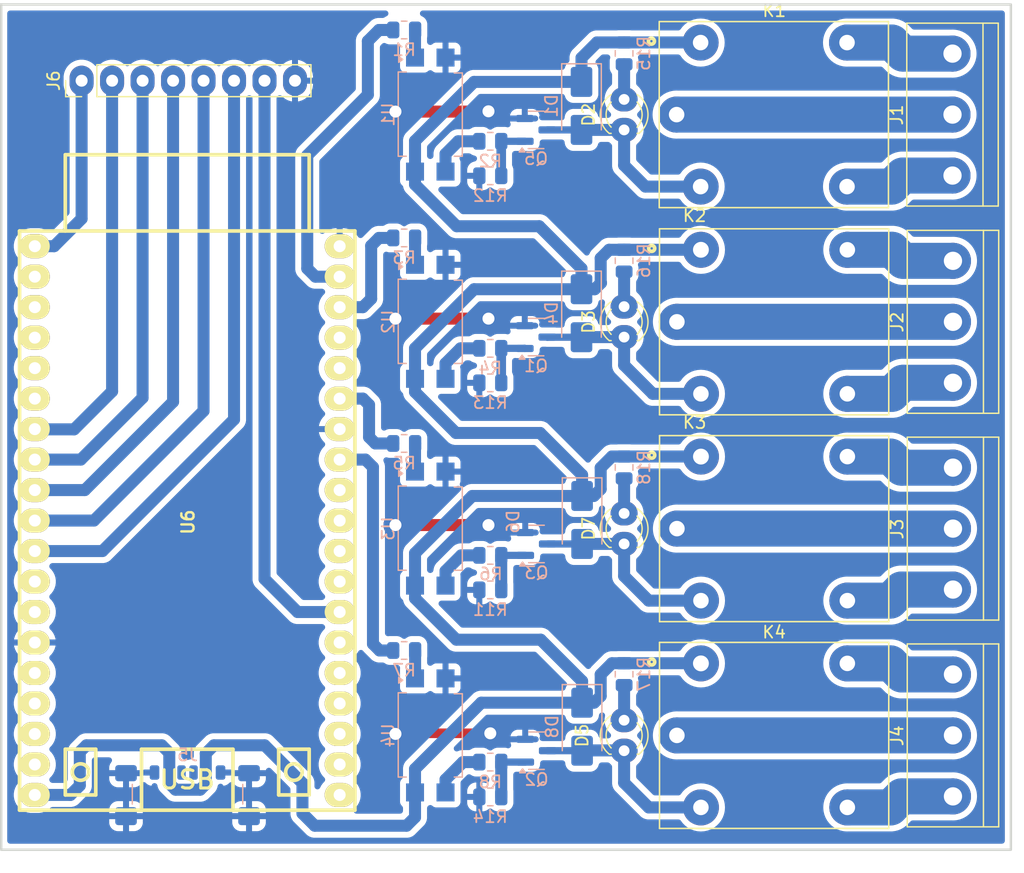
<source format=kicad_pcb>
(kicad_pcb (version 20240108) (generator "pcbnew") (generator_version "8.0")
  (layers (0 "F.Cu" signal) (31 "B.Cu" signal) (34 "B.Paste" user) (35 "F.Paste" user) (36 "B.SilkS" user "B.Silkscreen") (37 "F.SilkS" user "F.Silkscreen") (38 "B.Mask" user) (39 "F.Mask" user) (44 "Edge.Cuts" user))
  (net 0 "")
  (net 1 "GND")
  (net 2 "+5V")
  (net 3 "Net-(D1-A)")
  (net 4 "Net-(D6-A)")
  (net 5 "COM1")
  (net 6 "Net-(Q1-B)")
  (net 7 "Net-(Q2-B)")
  (net 8 "Net-(Q3-B)")
  (net 9 "Net-(Q5-B)")
  (net 10 "IO23")
  (net 11 "Net-(R1-Pad2)")
  (net 12 "Net-(R2-Pad1)")
  (net 13 "Net-(R3-Pad2)")
  (net 14 "Net-(R4-Pad1)")
  (net 15 "Net-(R5-Pad2)")
  (net 16 "Net-(R6-Pad1)")
  (net 17 "Net-(R7-Pad2)")
  (net 18 "Net-(R8-Pad1)")
  (net 19 "IO22")
  (net 26 "IO21")
  (net 35 "IO19")
  (net 37 "IO27")
  (net 42 "+3.3V")
  (net 44 "IO4")
  (net 45 "IO33")
  (net 46 "IO25")
  (net 50 "Net-(D3-K)")
  (net 51 "Net-(D5-K)")
  (net 52 "Net-(D2-A)")
  (net 53 "Net-(D3-A)")
  (net 54 "Net-(D5-A)")
  (net 55 "Net-(D7-A)")
  (net 56 "NO1")
  (net 57 "NC1")
  (net 58 "COM2")
  (net 59 "NO2")
  (net 60 "NC2")
  (net 61 "NO3")
  (net 62 "COM3")
  (net 63 "NC3")
  (net 64 "COM4")
  (net 65 "NC4")
  (net 66 "NO4")
  (net 69 "IO26")
  (net 70 "IO32")
  (footprint "TerminalBlock:TerminalBlock_bornier-3_P5.08mm" (layer "F.Cu") (at 127.54 118.8 90)
    (property "Reference" "J3" (at 5.05 -4.65 -90) (layer "F.SilkS"))
    (property "Value" "bornera")
    (pad "1" thru_hole circle (at 0 0 90) (size 3 3) (drill 1.52) (layers "*.Cu" "*.Mask") (net 61 "NO3"))
    (pad "2" thru_hole circle (at 5.08 0 90) (size 3 3) (drill 1.52) (layers "*.Cu" "*.Mask" "Eco2.User") (net 62 "COM3"))
    (pad "3" thru_hole circle (at 10.16 0 90) (size 3 3) (drill 1.52) (layers "*.Cu" "*.Mask") (net 63 "NC3"))
  )
  (footprint "LED_THT:LED_D3.0mm" (layer "F.Cu") (at 100.1375 80.5 90)
    (property "Reference" "D2" (at 1.27 -2.96 -90) (layer "F.SilkS"))
    (property "Value" "LED")
    (pad "1" thru_hole oval (at 0 0 90) (size 2 2.25) (drill 0.9) (layers "*.Cu" "*.Mask") (net 3 "Net-(D1-A)"))
    (pad "2" thru_hole oval (at 2.54 0 90) (size 2 2.25) (drill 0.9) (layers "*.Cu" "*.Mask") (net 52 "Net-(D2-A)"))
  )
  (footprint "TerminalBlock:TerminalBlock_bornier-3_P5.08mm" (layer "F.Cu") (at 127.5375 136.03 90)
    (property "Reference" "J4" (at 5.05 -4.65 -90) (layer "F.SilkS"))
    (property "Value" "bornera")
    (pad "1" thru_hole circle (at 0 0 90) (size 3 3) (drill 1.52) (layers "*.Cu" "*.Mask") (net 66 "NO4"))
    (pad "2" thru_hole circle (at 5.08 0 90) (size 3 3) (drill 1.52) (layers "*.Cu" "*.Mask") (net 64 "COM4"))
    (pad "3" thru_hole circle (at 10.16 0 90) (size 3 3) (drill 1.52) (layers "*.Cu" "*.Mask") (net 65 "NC4"))
  )
  (footprint "SRD-05VDC-SL-C:RELAY_SRD-05VDC-SL-C" (layer "F.Cu") (at 112.64 113.72)
    (property "Reference" "K3" (at -6.62563 -8.83584 0) (layer "F.SilkS") (effects (font (size 1.000094 1.000094))))
    (property "Value" "RELAY")
    (pad "A1" thru_hole circle (at -6.1 -6) (size 3 3) (drill 1.32) (layers "*.Cu" "*.Mask") (net 2 "+5V"))
    (pad "A2" thru_hole circle (at -6.1 6) (size 3 3) (drill 1.29) (layers "*.Cu" "*.Mask") (net 4 "Net-(D6-A)"))
    (pad "COM" thru_hole circle (at -8.1 0) (size 3 3) (drill 1.29) (layers "*.Cu" "*.Mask") (net 62 "COM3"))
    (pad "NC" thru_hole circle (at 6.1 -6) (size 3 3) (drill 1.29) (layers "*.Cu" "*.Mask") (net 63 "NC3"))
    (pad "NO" thru_hole circle (at 6.1 6) (size 3 3) (drill 1.29) (layers "*.Cu" "*.Mask") (net 61 "NO3"))
  )
  (footprint "LED_THT:LED_D3.0mm" (layer "F.Cu") (at 100.1375 114.995 90)
    (property "Reference" "D7" (at 1.27 -2.96 -90) (layer "F.SilkS"))
    (property "Value" "LED")
    (pad "1" thru_hole oval (at 0 0 90) (size 2 2.25) (drill 0.9) (layers "*.Cu" "*.Mask") (net 4 "Net-(D6-A)"))
    (pad "2" thru_hole oval (at 2.54 0 90) (size 2 2.25) (drill 0.9) (layers "*.Cu" "*.Mask") (net 55 "Net-(D7-A)"))
  )
  (footprint "SRD-05VDC-SL-C:RELAY_SRD-05VDC-SL-C" (layer "F.Cu") (at 112.6375 96.49)
    (property "Reference" "K2" (at -6.62563 -8.83584 0) (layer "F.SilkS") (effects (font (size 1.000094 1.000094))))
    (property "Value" "RELAY")
    (pad "A1" thru_hole circle (at -6.1 -6) (size 3 3) (drill 1.32) (layers "*.Cu" "*.Mask" "Eco1.User") (net 2 "+5V"))
    (pad "A2" thru_hole circle (at -6.1 6) (size 3 3) (drill 1.29) (layers "*.Cu" "*.Mask") (net 50 "Net-(D3-K)"))
    (pad "COM" thru_hole circle (at -8.1 0) (size 3 3) (drill 1.29) (layers "*.Cu" "*.Mask") (net 58 "COM2"))
    (pad "NC" thru_hole circle (at 6.1 -6) (size 3 3) (drill 1.29) (layers "*.Cu" "*.Mask") (net 60 "NC2"))
    (pad "NO" thru_hole circle (at 6.1 6) (size 3 3) (drill 1.29) (layers "*.Cu" "*.Mask") (net 59 "NO2"))
  )
  (footprint "SRD-05VDC-SL-C:RELAY_SRD-05VDC-SL-C" (layer "F.Cu") (at 112.6125 79.225)
    (property "Reference" "K1" (at 0.0375 -8.65 0) (layer "F.SilkS") (effects (font (size 1.000094 1.000094))))
    (property "Value" "RELAY")
    (pad "A1" thru_hole circle (at -6.1 -6) (size 3 3) (drill 1.29) (layers "*.Cu" "*.Mask") (net 2 "+5V"))
    (pad "A2" thru_hole circle (at -6.1 6) (size 3 3) (drill 1.29) (layers "*.Cu" "*.Mask") (net 3 "Net-(D1-A)"))
    (pad "COM" thru_hole circle (at -8.1 0) (size 3 3) (drill 1.29) (layers "*.Cu" "*.Mask") (net 5 "COM1"))
    (pad "NC" thru_hole circle (at 6.1 -6) (size 3 3) (drill 1.29) (layers "*.Cu" "*.Mask") (net 57 "NC1"))
    (pad "NO" thru_hole circle (at 6.1 6) (size 3 3) (drill 1.29) (layers "*.Cu" "*.Mask") (net 56 "NO1"))
  )
  (footprint "TerminalBlock:TerminalBlock_bornier-3_P5.08mm" (layer "F.Cu") (at 127.5 84.305 90)
    (property "Reference" "J1" (at 5.05 -4.65 -90) (layer "F.SilkS"))
    (property "Value" "bornera")
    (pad "1" thru_hole circle (at 0 0 90) (size 3 3) (drill 1.52) (layers "*.Cu" "*.Mask") (net 56 "NO1"))
    (pad "2" thru_hole circle (at 5.08 0 90) (size 3 3) (drill 1.52) (layers "*.Cu" "*.Mask") (net 5 "COM1"))
    (pad "3" thru_hole circle (at 10.16 0 90) (size 3 3) (drill 1.52) (layers "*.Cu" "*.Mask") (net 57 "NC1"))
  )
  (footprint "TerminalBlock:TerminalBlock_bornier-3_P5.08mm" (layer "F.Cu") (at 127.5375 101.57 90)
    (property "Reference" "J2" (at 5.05 -4.65 -90) (layer "F.SilkS"))
    (property "Value" "bornera")
    (pad "1" thru_hole circle (at 0 0 90) (size 3 3) (drill 1.52) (layers "*.Cu" "*.Mask") (net 59 "NO2"))
    (pad "2" thru_hole circle (at 5.08 0 90) (size 3 3) (drill 1.52) (layers "*.Cu" "*.Mask") (net 58 "COM2"))
    (pad "3" thru_hole circle (at 10.16 0 90) (size 3 3) (drill 1.52) (layers "*.Cu" "*.Mask") (net 60 "NC2"))
  )
  (footprint "EESTN5:ESP32_DEVKITC" (layer "F.Cu") (at 63.7375 113.05 -90)
    (property "Reference" "U6" (at 0.127 -0.0635 90) (layer "F.SilkS") (effects (font (size 1.016 1.016) (thickness 0.2032))))
    (property "Value" "ESP32" (hide yes))
    (fp_text user "USB" (at 21.59 0 180) (layer "F.SilkS") (effects (font (size 1.524 1.524) (thickness 0.254))))
    (pad "1" thru_hole oval (at -22.86 12.7 270) (size 2 2.5) (drill 1) (layers "*.Cu" "*.Mask" "F.SilkS") (net 42 "+3.3V"))
    (pad "2" thru_hole oval (at -20.32 12.7 270) (size 2 2.5) (drill 1) (layers "*.Cu" "*.Mask" "F.SilkS"))
    (pad "3" thru_hole oval (at -17.78 12.7 270) (size 2 2.5) (drill 1) (layers "*.Cu" "*.Mask" "F.SilkS"))
    (pad "4" thru_hole oval (at -15.24 12.7 270) (size 2 2.5) (drill 1) (layers "*.Cu" "*.Mask" "F.SilkS"))
    (pad "5" thru_hole oval (at -12.7 12.7 270) (size 2 2.5) (drill 1) (layers "*.Cu" "*.Mask" "F.SilkS"))
    (pad "6" thru_hole oval (at -10.16 12.7 270) (size 2 2.5) (drill 1) (layers "*.Cu" "*.Mask" "F.SilkS"))
    (pad "7" thru_hole oval (at -7.62 12.7 270) (size 2 2.5) (drill 1) (layers "*.Cu" "*.Mask" "F.SilkS") (net 70 "IO32"))
    (pad "8" thru_hole oval (at -5.08 12.7 270) (size 2 2.5) (drill 1) (layers "*.Cu" "*.Mask" "F.SilkS") (net 45 "IO33"))
    (pad "9" thru_hole oval (at -2.54 12.7 270) (size 2 2.5) (drill 1) (layers "*.Cu" "*.Mask" "F.SilkS") (net 46 "IO25"))
    (pad "10" thru_hole oval (at 0 12.7 270) (size 2 2.5) (drill 1) (layers "*.Cu" "*.Mask" "F.SilkS") (net 69 "IO26"))
    (pad "11" thru_hole oval (at 2.54 12.7 270) (size 2 2.5) (drill 1) (layers "*.Cu" "*.Mask" "F.SilkS") (net 37 "IO27"))
    (pad "12" thru_hole oval (at 5.08 12.7 270) (size 2 2.5) (drill 1) (layers "*.Cu" "*.Mask" "F.SilkS"))
    (pad "13" thru_hole oval (at 7.62 12.7 270) (size 2 2.5) (drill 1) (layers "*.Cu" "*.Mask" "F.SilkS"))
    (pad "14" thru_hole oval (at 10.16 12.7 270) (size 2 2.5) (drill 1) (layers "*.Cu" "*.Mask" "F.SilkS") (net 1 "GND"))
    (pad "15" thru_hole oval (at 12.7 12.7 270) (size 2 2.5) (drill 1) (layers "*.Cu" "*.Mask" "F.SilkS"))
    (pad "16" thru_hole oval (at 15.24 12.7 270) (size 2 2.5) (drill 1) (layers "*.Cu" "*.Mask" "F.SilkS"))
    (pad "17" thru_hole oval (at 17.78 12.7 270) (size 2 2.5) (drill 1) (layers "*.Cu" "*.Mask" "F.SilkS"))
    (pad "18" thru_hole oval (at 20.32 12.7 270) (size 2 2.5) (drill 1) (layers "*.Cu" "*.Mask" "F.SilkS"))
    (pad "19" thru_hole oval (at 22.86 12.7 270) (size 2 2.5) (drill 1) (layers "*.Cu" "*.Mask" "F.SilkS") (net 2 "+5V"))
    (pad "20" thru_hole oval (at 22.86 -12.7 90) (size 2 2.5) (drill 1) (layers "*.Cu" "*.Mask" "F.SilkS"))
    (pad "21" thru_hole oval (at 20.32 -12.7 90) (size 2 2.5) (drill 1) (layers "*.Cu" "*.Mask" "F.SilkS"))
    (pad "22" thru_hole oval (at 17.78 -12.7 90) (size 2 2.5) (drill 1) (layers "*.Cu" "*.Mask" "F.SilkS"))
    (pad "23" thru_hole oval (at 15.24 -12.7 90) (size 2 2.5) (drill 1) (layers "*.Cu" "*.Mask" "F.SilkS"))
    (pad "24" thru_hole oval (at 12.7 -12.7 90) (size 2 2.5) (drill 1) (layers "*.Cu" "*.Mask" "F.SilkS"))
    (pad "25" thru_hole oval (at 10.16 -12.7 90) (size 2 2.5) (drill 1) (layers "*.Cu" "*.Mask" "F.SilkS"))
    (pad "26" thru_hole oval (at 7.62 -12.7 90) (size 2 2.5) (drill 1) (layers "*.Cu" "*.Mask" "F.SilkS") (net 44 "IO4"))
    (pad "27" thru_hole oval (at 5.08 -12.7 90) (size 2 2.5) (drill 1) (layers "*.Cu" "*.Mask" "F.SilkS"))
    (pad "28" thru_hole oval (at 2.54 -12.7 90) (size 2 2.5) (drill 1) (layers "*.Cu" "*.Mask" "F.SilkS" "Eco2.User"))
    (pad "29" thru_hole oval (at 0 -12.7 90) (size 2 2.5) (drill 1) (layers "*.Cu" "*.Mask" "F.SilkS"))
    (pad "30" thru_hole oval (at -2.54 -12.7 90) (size 2 2.5) (drill 1) (layers "*.Cu" "*.Mask" "F.SilkS"))
    (pad "31" thru_hole oval (at -5.08 -12.7 90) (size 2 2.5) (drill 1) (layers "*.Cu" "*.Mask" "F.SilkS") (net 35 "IO19"))
    (pad "32" thru_hole oval (at -7.62 -12.7 90) (size 2 2.5) (drill 1) (layers "*.Cu" "*.Mask" "F.SilkS") (net 1 "GND"))
    (pad "33" thru_hole oval (at -10.16 -12.7 90) (size 2 2.5) (drill 1) (layers "*.Cu" "*.Mask" "F.SilkS") (net 26 "IO21"))
    (pad "34" thru_hole oval (at -12.7 -12.7 90) (size 2 2.5) (drill 1) (layers "*.Cu" "*.Mask" "F.SilkS"))
    (pad "35" thru_hole oval (at -15.24 -12.7 90) (size 2 2.5) (drill 1) (layers "*.Cu" "*.Mask" "F.SilkS"))
    (pad "36" thru_hole oval (at -17.78 -12.7 90) (size 2 2.5) (drill 1) (layers "*.Cu" "*.Mask" "F.SilkS") (net 19 "IO22"))
    (pad "37" thru_hole oval (at -20.32 -12.7 90) (size 2 2.5) (drill 1) (layers "*.Cu" "*.Mask" "F.SilkS") (net 10 "IO23"))
    (pad "38" thru_hole oval (at -22.86 -12.7 90) (size 2 2.5) (drill 1) (layers "*.Cu" "*.Mask" "F.SilkS") (net 1 "GND"))
  )
  (footprint "Connector_PinHeader_2.54mm:PinHeader_1x08_P2.54mm_Vertical" (layer "F.Cu") (at 54.9375 76.4 90)
    (property "Reference" "J6" (at 0 -2.33 -90) (layer "F.SilkS"))
    (property "Value" "Conn_01x08_Pin")
    (pad "1" thru_hole oval (at 0 0 90) (size 2.5 2) (drill 1) (layers "*.Cu" "*.Mask") (net 42 "+3.3V"))
    (pad "2" thru_hole oval (at 0 2.54 90) (size 2.5 2) (drill 1) (layers "*.Cu" "*.Mask") (net 70 "IO32"))
    (pad "3" thru_hole oval (at 0 5.08 90) (size 2.5 2) (drill 1) (layers "*.Cu" "*.Mask") (net 45 "IO33"))
    (pad "4" thru_hole oval (at 0 7.62 90) (size 2.5 2) (drill 1) (layers "*.Cu" "*.Mask") (net 46 "IO25"))
    (pad "5" thru_hole oval (at 0 10.16 90) (size 2.5 2) (drill 1) (layers "*.Cu" "*.Mask") (net 69 "IO26"))
    (pad "6" thru_hole oval (at 0 12.7 90) (size 2.5 2) (drill 1) (layers "*.Cu" "*.Mask") (net 37 "IO27"))
    (pad "7" thru_hole oval (at 0 15.24 90) (size 2.5 2) (drill 1) (layers "*.Cu" "*.Mask") (net 44 "IO4"))
    (pad "8" thru_hole oval (at 0 17.78 90) (size 2.5 2) (drill 1) (layers "*.Cu" "*.Mask") (net 1 "GND"))
  )
  (footprint "LED_THT:LED_D3.0mm" (layer "F.Cu") (at 100.1375 97.765 90)
    (property "Reference" "D3" (at 1.27 -2.96 -90) (layer "F.SilkS"))
    (property "Value" "LED")
    (pad "1" thru_hole oval (at 0 0 90) (size 2 2.25) (drill 0.9) (layers "*.Cu" "*.Mask") (net 50 "Net-(D3-K)"))
    (pad "2" thru_hole oval (at 2.54 0 90) (size 2 2.25) (drill 0.9) (layers "*.Cu" "*.Mask") (net 53 "Net-(D3-A)"))
  )
  (footprint "LED_THT:LED_D3.0mm" (layer "F.Cu") (at 100.1375 132.225 90)
    (property "Reference" "D5" (at 1.27 -3.5 -90) (layer "F.SilkS"))
    (property "Value" "LED")
    (pad "1" thru_hole oval (at 0 0 90) (size 2 2.25) (drill 0.9) (layers "*.Cu" "*.Mask") (net 51 "Net-(D5-K)"))
    (pad "2" thru_hole oval (at 2.54 0 90) (size 2 2.25) (drill 0.9) (layers "*.Cu" "*.Mask") (net 54 "Net-(D5-A)"))
  )
  (footprint "SRD-05VDC-SL-C:RELAY_SRD-05VDC-SL-C" (layer "F.Cu") (at 112.6375 130.95)
    (property "Reference" "K4" (at 0 -8.6 0) (layer "F.SilkS") (effects (font (size 1.000094 1.000094))))
    (property "Value" "RELAY")
    (pad "A1" thru_hole circle (at -6.1 -6) (size 3 3) (drill 1.32) (layers "*.Cu" "*.Mask") (net 2 "+5V"))
    (pad "A2" thru_hole circle (at -6.1 6) (size 3 3) (drill 1.29) (layers "*.Cu" "*.Mask") (net 51 "Net-(D5-K)"))
    (pad "COM" thru_hole circle (at -8.1 0) (size 3 3) (drill 1.29) (layers "*.Cu" "*.Mask") (net 64 "COM4"))
    (pad "NC" thru_hole circle (at 6.1 -6) (size 3 3) (drill 1.29) (layers "*.Cu" "*.Mask") (net 65 "NC4"))
    (pad "NO" thru_hole circle (at 6.1 6) (size 3 3) (drill 1.29) (layers "*.Cu" "*.Mask") (net 66 "NO4"))
  )
  (footprint "Resistor_SMD:R_0805_2012Metric" (layer "B.Cu") (at 88.9875 115.95)
    (property "Reference" "R6" (at 0.05 1.55 0) (layer "B.SilkS") (effects (justify mirror)))
    (property "Value" "470Ω")
    (pad "1" smd roundrect (at -0.9125 0) (size 1.025 1.4) (layers "B.Cu" "B.Paste" "B.Mask") (roundrect_rratio 0.243902) (net 16 "Net-(R6-Pad1)"))
    (pad "2" smd roundrect (at 0.9125 0) (size 1.025 1.4) (layers "B.Cu" "B.Paste" "B.Mask") (roundrect_rratio 0.243902) (net 8 "Net-(Q3-B)"))
  )
  (footprint "Resistor_SMD:R_0805_2012Metric" (layer "B.Cu") (at 81.8125 89.5)
    (property "Reference" "R3" (at 0 1.65 0) (layer "B.SilkS") (effects (justify mirror)))
    (property "Value" "330Ω")
    (pad "1" smd roundrect (at -0.9125 0) (size 1.025 1.4) (layers "B.Cu" "B.Paste" "B.Mask") (roundrect_rratio 0.243902) (net 19 "IO22"))
    (pad "2" smd roundrect (at 0.9125 0) (size 1.025 1.4) (layers "B.Cu" "B.Paste" "B.Mask") (roundrect_rratio 0.243902) (net 13 "Net-(R3-Pad2)"))
  )
  (footprint "Resistor_SMD:R_0805_2012Metric" (layer "B.Cu") (at 88.9875 136.075)
    (property "Reference" "R14" (at 0 1.65 0) (layer "B.SilkS") (effects (justify mirror)))
    (property "Value" "10kΩ")
    (pad "1" smd roundrect (at -0.9125 0) (size 1.025 1.4) (layers "B.Cu" "B.Paste" "B.Mask") (roundrect_rratio 0.243902) (net 1 "GND"))
    (pad "2" smd roundrect (at 0.9125 0) (size 1.025 1.4) (layers "B.Cu" "B.Paste" "B.Mask") (roundrect_rratio 0.243902) (net 7 "Net-(Q2-B)"))
  )
  (footprint "Diode_SMD:D_SMA" (layer "B.Cu") (at 96.5875 95.775 -90)
    (property "Reference" "D4" (at 0 2.5 90) (layer "B.SilkS") (effects (justify mirror)))
    (property "Value" "1N4007")
    (pad "1" smd roundrect (at -2 0 270) (size 2.5 1.8) (layers "B.Cu" "B.Paste" "B.Mask") (roundrect_rratio 0.1388888889) (net 2 "+5V"))
    (pad "2" smd roundrect (at 2 0 270) (size 2.5 1.8) (layers "B.Cu" "B.Paste" "B.Mask") (roundrect_rratio 0.1388888889) (net 50 "Net-(D3-K)"))
  )
  (footprint "Diode_SMD:D_SMA" (layer "B.Cu") (at 96.6375 113 -90)
    (property "Reference" "D6" (at 0.15 5.75 90) (layer "B.SilkS") (effects (justify mirror)))
    (property "Value" "1N4007")
    (pad "1" smd roundrect (at -2 0 270) (size 2.5 1.8) (layers "B.Cu" "B.Paste" "B.Mask") (roundrect_rratio 0.1388888889) (net 2 "+5V"))
    (pad "2" smd roundrect (at 2 0 270) (size 2.5 1.8) (layers "B.Cu" "B.Paste" "B.Mask") (roundrect_rratio 0.1388888889) (net 4 "Net-(D6-A)"))
  )
  (footprint "Package_SO:SSO-4_6.7x5.1mm_P2.54mm_Clearance8mm" (layer "B.Cu") (at 83.9875 130.95 -90)
    (property "Reference" "U4" (at 0 3.5 90) (layer "B.SilkS") (effects (justify mirror)))
    (property "Value" "PC817")
    (pad "1" smd rect (at -4.75 1.27 270) (size 1.5 1.5) (layers "B.Cu" "B.Paste" "B.Mask") (net 17 "Net-(R7-Pad2)"))
    (pad "2" smd rect (at -4.75 -1.27 270) (size 1.5 1.5) (layers "B.Cu" "B.Paste" "B.Mask") (net 1 "GND"))
    (pad "3" smd rect (at 4.75 -1.27 270) (size 1.5 1.5) (layers "B.Cu" "B.Paste" "B.Mask") (net 18 "Net-(R8-Pad1)"))
    (pad "4" smd rect (at 4.75 1.27 270) (size 1.5 1.5) (layers "B.Cu" "B.Paste" "B.Mask") (net 2 "+5V"))
  )
  (footprint "Package_SO:SSO-4_6.7x5.1mm_P2.54mm_Clearance8mm" (layer "B.Cu") (at 83.9875 113.72 -90)
    (property "Reference" "U3" (at 0 3.5 90) (layer "B.SilkS") (effects (justify mirror)))
    (property "Value" "PC817")
    (pad "1" smd rect (at -4.75 1.27 270) (size 1.5 1.5) (layers "B.Cu" "B.Paste" "B.Mask") (net 15 "Net-(R5-Pad2)"))
    (pad "2" smd rect (at -4.75 -1.27 270) (size 1.5 1.5) (layers "B.Cu" "B.Paste" "B.Mask") (net 1 "GND"))
    (pad "3" smd rect (at 4.75 -1.27 270) (size 1.5 1.5) (layers "B.Cu" "B.Paste" "B.Mask") (net 16 "Net-(R6-Pad1)"))
    (pad "4" smd rect (at 4.75 1.27 270) (size 1.5 1.5) (layers "B.Cu" "B.Paste" "B.Mask") (net 2 "+5V"))
  )
  (footprint "Resistor_SMD:R_0805_2012Metric" (layer "B.Cu") (at 88.9875 98.7)
    (property "Reference" "R4" (at 0 1.65 0) (layer "B.SilkS") (effects (justify mirror)))
    (property "Value" "470Ω")
    (pad "1" smd roundrect (at -0.9125 0) (size 1.025 1.4) (layers "B.Cu" "B.Paste" "B.Mask") (roundrect_rratio 0.243902) (net 14 "Net-(R4-Pad1)"))
    (pad "2" smd roundrect (at 0.9125 0) (size 1.025 1.4) (layers "B.Cu" "B.Paste" "B.Mask") (roundrect_rratio 0.243902) (net 6 "Net-(Q1-B)"))
  )
  (footprint "Resistor_SMD:R_0805_2012Metric" (layer "B.Cu") (at 88.9875 133.175)
    (property "Reference" "R8" (at 0 1.65 0) (layer "B.SilkS") (effects (justify mirror)))
    (property "Value" "470Ω")
    (pad "1" smd roundrect (at -0.9125 0) (size 1.025 1.4) (layers "B.Cu" "B.Paste" "B.Mask") (roundrect_rratio 0.243902) (net 18 "Net-(R8-Pad1)"))
    (pad "2" smd roundrect (at 0.9125 0) (size 1.025 1.4) (layers "B.Cu" "B.Paste" "B.Mask") (roundrect_rratio 0.243902) (net 7 "Net-(Q2-B)"))
  )
  (footprint "Connector_USB:USB_C_Receptacle_GCT_USB4135-GF-A_6P_TopMnt_Horizontal" (layer "B.Cu") (at 63.7625 137.075 180)
    (property "Reference" "J5" (at 0 4.5 0) (layer "B.SilkS") (effects (justify mirror)))
    (property "Value" "~")
    (pad "A5" smd roundrect (at -0.5 3.0325 180) (size 0.7 1.2) (layers "B.Cu" "B.Paste" "B.Mask"))
    (pad "A9" smd roundrect (at 1.52 3.0325) (size 0.76 1.2) (layers "B.Cu" "B.Paste" "B.Mask") (net 2 "+5V"))
    (pad "A12" smd roundrect (at 2.75 3.0325) (size 0.8 1.2) (layers "B.Cu" "B.Paste" "B.Mask") (net 1 "GND"))
    (pad "B5" smd roundrect (at 0.5 3.0325) (size 0.7 1.2) (layers "B.Cu" "B.Paste" "B.Mask"))
    (pad "B9" smd roundrect (at -1.52 3.0325 180) (size 0.76 1.2) (layers "B.Cu" "B.Paste" "B.Mask") (net 2 "+5V"))
    (pad "B12" smd roundrect (at -2.75 3.0325 180) (size 0.8 1.2) (layers "B.Cu" "B.Paste" "B.Mask") (net 1 "GND"))
    (pad "S1" smd roundrect (at -5.125 -0.6025 180) (size 1.8 1.5) (layers "B.Cu" "B.Paste" "B.Mask") (roundrect_rratio 0.1666666667) (net 1 "GND"))
    (pad "S1" smd roundrect (at -5.125 2.9775 180) (size 1.8 1.35) (layers "B.Cu" "B.Paste" "B.Mask") (roundrect_rratio 0.1851851852) (net 1 "GND"))
    (pad "S1" smd roundrect (at 5.125 -0.6025 180) (size 1.8 1.5) (layers "B.Cu" "B.Paste" "B.Mask") (roundrect_rratio 0.1666666667) (net 1 "GND"))
    (pad "S1" smd roundrect (at 5.125 2.9775 180) (size 1.8 1.35) (layers "B.Cu" "B.Paste" "B.Mask") (roundrect_rratio 0.1851851852) (net 1 "GND"))
  )
  (footprint "Package_SO:SSO-4_6.7x5.1mm_P2.54mm_Clearance8mm" (layer "B.Cu") (at 83.9875 79.225 -90)
    (property "Reference" "U1" (at 0 3.5 90) (layer "B.SilkS") (effects (justify mirror)))
    (property "Value" "PC817")
    (pad "1" smd rect (at -4.75 1.27 270) (size 1.5 1.5) (layers "B.Cu" "B.Paste" "B.Mask") (net 11 "Net-(R1-Pad2)"))
    (pad "2" smd rect (at -4.75 -1.27 270) (size 1.5 1.5) (layers "B.Cu" "B.Paste" "B.Mask") (net 1 "GND"))
    (pad "3" smd rect (at 4.75 -1.27 270) (size 1.5 1.5) (layers "B.Cu" "B.Paste" "B.Mask") (net 12 "Net-(R2-Pad1)"))
    (pad "4" smd rect (at 4.75 1.27 270) (size 1.5 1.5) (layers "B.Cu" "B.Paste" "B.Mask") (net 2 "+5V"))
  )
  (footprint "Diode_SMD:D_SMA" (layer "B.Cu") (at 96.5875 78.5 -90)
    (property "Reference" "D1" (at 0 2.5 90) (layer "B.SilkS") (effects (justify mirror)))
    (property "Value" "1N4007")
    (pad "1" smd roundrect (at -2 0 270) (size 2.5 1.8) (layers "B.Cu" "B.Paste" "B.Mask") (roundrect_rratio 0.1388888889) (net 2 "+5V"))
    (pad "2" smd roundrect (at 2 0 270) (size 2.5 1.8) (layers "B.Cu" "B.Paste" "B.Mask") (roundrect_rratio 0.1388888889) (net 3 "Net-(D1-A)"))
  )
  (footprint "Resistor_SMD:R_0805_2012Metric" (layer "B.Cu") (at 100.1375 125.85 90)
    (property "Reference" "R17" (at 0 1.65 -90) (layer "B.SilkS") (effects (justify mirror)))
    (property "Value" "330Ω")
    (pad "1" smd roundrect (at -0.9125 0 90) (size 1.025 1.4) (layers "B.Cu" "B.Paste" "B.Mask") (roundrect_rratio 0.243902) (net 54 "Net-(D5-A)"))
    (pad "2" smd roundrect (at 0.9125 0 90) (size 1.025 1.4) (layers "B.Cu" "B.Paste" "B.Mask") (roundrect_rratio 0.243902) (net 2 "+5V"))
  )
  (footprint "Resistor_SMD:R_0805_2012Metric" (layer "B.Cu") (at 100.1375 108.625 90)
    (property "Reference" "R18" (at 0 1.65 -90) (layer "B.SilkS") (effects (justify mirror)))
    (property "Value" "330Ω")
    (pad "1" smd roundrect (at -0.9125 0 90) (size 1.025 1.4) (layers "B.Cu" "B.Paste" "B.Mask") (roundrect_rratio 0.243902) (net 55 "Net-(D7-A)"))
    (pad "2" smd roundrect (at 0.9125 0 90) (size 1.025 1.4) (layers "B.Cu" "B.Paste" "B.Mask") (roundrect_rratio 0.243902) (net 2 "+5V"))
  )
  (footprint "Resistor_SMD:R_0805_2012Metric" (layer "B.Cu") (at 100.1375 74.125 90)
    (property "Reference" "R15" (at 0 1.65 -90) (layer "B.SilkS") (effects (justify mirror)))
    (property "Value" "330Ω")
    (pad "1" smd roundrect (at -0.9125 0 90) (size 1.025 1.4) (layers "B.Cu" "B.Paste" "B.Mask") (roundrect_rratio 0.243902) (net 52 "Net-(D2-A)"))
    (pad "2" smd roundrect (at 0.9125 0 90) (size 1.025 1.4) (layers "B.Cu" "B.Paste" "B.Mask") (roundrect_rratio 0.243902) (net 2 "+5V"))
  )
  (footprint "Package_TO_SOT_SMD:SOT-23" (layer "B.Cu") (at 92.8 97.7625)
    (property "Reference" "Q1" (at 0 2.4 0) (layer "B.SilkS") (effects (justify mirror)))
    (property "Value" "BC817")
    (pad "1" smd roundrect (at -0.9375 0.95) (size 1.475 0.6) (layers "B.Cu" "B.Paste" "B.Mask") (net 6 "Net-(Q1-B)"))
    (pad "2" smd roundrect (at -0.9375 -0.95) (size 1.475 0.6) (layers "B.Cu" "B.Paste" "B.Mask") (net 1 "GND"))
    (pad "3" smd roundrect (at 0.9375 0) (size 1.475 0.6) (layers "B.Cu" "B.Paste" "B.Mask") (net 50 "Net-(D3-K)"))
  )
  (footprint "Diode_SMD:D_SMA" (layer "B.Cu") (at 96.6375 130.225 -90)
    (property "Reference" "D8" (at 0 2.5 90) (layer "B.SilkS") (effects (justify mirror)))
    (property "Value" "1N4007")
    (pad "1" smd roundrect (at -2 0 270) (size 2.5 1.8) (layers "B.Cu" "B.Paste" "B.Mask") (roundrect_rratio 0.1388888889) (net 2 "+5V"))
    (pad "2" smd roundrect (at 2 0 270) (size 2.5 1.8) (layers "B.Cu" "B.Paste" "B.Mask") (roundrect_rratio 0.1388888889) (net 51 "Net-(D5-K)"))
  )
  (footprint "Resistor_SMD:R_0805_2012Metric" (layer "B.Cu") (at 81.8125 106.625)
    (property "Reference" "R5" (at 0 1.65 0) (layer "B.SilkS") (effects (justify mirror)))
    (property "Value" "330Ω")
    (pad "1" smd roundrect (at -0.9125 0) (size 1.025 1.4) (layers "B.Cu" "B.Paste" "B.Mask") (roundrect_rratio 0.243902) (net 26 "IO21"))
    (pad "2" smd roundrect (at 0.9125 0) (size 1.025 1.4) (layers "B.Cu" "B.Paste" "B.Mask") (roundrect_rratio 0.243902) (net 15 "Net-(R5-Pad2)"))
  )
  (footprint "Package_TO_SOT_SMD:SOT-23" (layer "B.Cu") (at 92.8375 132.225)
    (property "Reference" "Q2" (at 0 2.4 0) (layer "B.SilkS") (effects (justify mirror)))
    (property "Value" "BC817")
    (pad "1" smd roundrect (at -0.9375 0.95) (size 1.475 0.6) (layers "B.Cu" "B.Paste" "B.Mask") (net 7 "Net-(Q2-B)"))
    (pad "2" smd roundrect (at -0.9375 -0.95) (size 1.475 0.6) (layers "B.Cu" "B.Paste" "B.Mask") (net 1 "GND"))
    (pad "3" smd roundrect (at 0.9375 0) (size 1.475 0.6) (layers "B.Cu" "B.Paste" "B.Mask") (net 51 "Net-(D5-K)"))
  )
  (footprint "Resistor_SMD:R_0805_2012Metric" (layer "B.Cu") (at 81.8125 123.875)
    (property "Reference" "R7" (at 0 1.65 0) (layer "B.SilkS") (effects (justify mirror)))
    (property "Value" "330Ω")
    (pad "1" smd roundrect (at -0.9125 0) (size 1.025 1.4) (layers "B.Cu" "B.Paste" "B.Mask") (roundrect_rratio 0.243902) (net 35 "IO19"))
    (pad "2" smd roundrect (at 0.9125 0) (size 1.025 1.4) (layers "B.Cu" "B.Paste" "B.Mask") (roundrect_rratio 0.243902) (net 17 "Net-(R7-Pad2)"))
  )
  (footprint "Package_TO_SOT_SMD:SOT-23" (layer "B.Cu") (at 92.8 80.5)
    (property "Reference" "Q5" (at 0 2.4 0) (layer "B.SilkS") (effects (justify mirror)))
    (property "Value" "BC817")
    (pad "1" smd roundrect (at -0.9375 0.95) (size 1.475 0.6) (layers "B.Cu" "B.Paste" "B.Mask") (net 9 "Net-(Q5-B)"))
    (pad "2" smd roundrect (at -0.9375 -0.95) (size 1.475 0.6) (layers "B.Cu" "B.Paste" "B.Mask") (net 1 "GND"))
    (pad "3" smd roundrect (at 0.9375 0) (size 1.475 0.6) (layers "B.Cu" "B.Paste" "B.Mask") (net 3 "Net-(D1-A)"))
  )
  (footprint "Resistor_SMD:R_0805_2012Metric" (layer "B.Cu") (at 88.9875 118.825)
    (property "Reference" "R11" (at 0 1.65 0) (layer "B.SilkS") (effects (justify mirror)))
    (property "Value" "10kΩ")
    (pad "1" smd roundrect (at -0.9125 0) (size 1.025 1.4) (layers "B.Cu" "B.Paste" "B.Mask") (roundrect_rratio 0.243902) (net 1 "GND"))
    (pad "2" smd roundrect (at 0.9125 0) (size 1.025 1.4) (layers "B.Cu" "B.Paste" "B.Mask") (roundrect_rratio 0.243902) (net 8 "Net-(Q3-B)"))
  )
  (footprint "Resistor_SMD:R_0805_2012Metric" (layer "B.Cu") (at 88.9875 81.45)
    (property "Reference" "R2" (at 0 1.65 0) (layer "B.SilkS") (effects (justify mirror)))
    (property "Value" "1kΩ")
    (pad "1" smd roundrect (at -0.9125 0) (size 1.025 1.4) (layers "B.Cu" "B.Paste" "B.Mask") (roundrect_rratio 0.243902) (net 12 "Net-(R2-Pad1)"))
    (pad "2" smd roundrect (at 0.9125 0) (size 1.025 1.4) (layers "B.Cu" "B.Paste" "B.Mask") (roundrect_rratio 0.243902) (net 9 "Net-(Q5-B)"))
  )
  (footprint "Package_SO:SSO-4_6.7x5.1mm_P2.54mm_Clearance8mm" (layer "B.Cu") (at 83.9875 96.49 -90)
    (property "Reference" "U2" (at 0 3.5 90) (layer "B.SilkS") (effects (justify mirror)))
    (property "Value" "PC817")
    (pad "1" smd rect (at -4.75 1.27 270) (size 1.5 1.5) (layers "B.Cu" "B.Paste" "B.Mask") (net 13 "Net-(R3-Pad2)"))
    (pad "2" smd rect (at -4.75 -1.27 270) (size 1.5 1.5) (layers "B.Cu" "B.Paste" "B.Mask") (net 1 "GND"))
    (pad "3" smd rect (at 4.75 -1.27 270) (size 1.5 1.5) (layers "B.Cu" "B.Paste" "B.Mask") (net 14 "Net-(R4-Pad1)"))
    (pad "4" smd rect (at 4.75 1.27 270) (size 1.5 1.5) (layers "B.Cu" "B.Paste" "B.Mask") (net 2 "+5V"))
  )
  (footprint "Resistor_SMD:R_0805_2012Metric" (layer "B.Cu") (at 100.1375 91.4 90)
    (property "Reference" "R16" (at 0 1.65 -90) (layer "B.SilkS") (effects (justify mirror)))
    (property "Value" "330Ω")
    (pad "1" smd roundrect (at -0.9125 0 90) (size 1.025 1.4) (layers "B.Cu" "B.Paste" "B.Mask") (roundrect_rratio 0.243902) (net 53 "Net-(D3-A)"))
    (pad "2" smd roundrect (at 0.9125 0 90) (size 1.025 1.4) (layers "B.Cu" "B.Paste" "B.Mask") (roundrect_rratio 0.243902) (net 2 "+5V"))
  )
  (footprint "Resistor_SMD:R_0805_2012Metric" (layer "B.Cu") (at 88.9875 84.325)
    (property "Reference" "R12" (at 0 1.65 0) (layer "B.SilkS") (effects (justify mirror)))
    (property "Value" "10kΩ")
    (pad "1" smd roundrect (at -0.9125 0) (size 1.025 1.4) (layers "B.Cu" "B.Paste" "B.Mask") (roundrect_rratio 0.243902) (net 1 "GND"))
    (pad "2" smd roundrect (at 0.9125 0) (size 1.025 1.4) (layers "B.Cu" "B.Paste" "B.Mask") (roundrect_rratio 0.243902) (net 9 "Net-(Q5-B)"))
  )
  (footprint "Package_TO_SOT_SMD:SOT-23" (layer "B.Cu") (at 92.8375 115)
    (property "Reference" "Q3" (at 0 2.4 0) (layer "B.SilkS") (effects (justify mirror)))
    (property "Value" "BC817")
    (pad "1" smd roundrect (at -0.9375 0.95) (size 1.475 0.6) (layers "B.Cu" "B.Paste" "B.Mask") (net 8 "Net-(Q3-B)"))
    (pad "2" smd roundrect (at -0.9375 -0.95) (size 1.475 0.6) (layers "B.Cu" "B.Paste" "B.Mask") (net 1 "GND"))
    (pad "3" smd roundrect (at 0.9375 0) (size 1.475 0.6) (layers "B.Cu" "B.Paste" "B.Mask") (net 4 "Net-(D6-A)"))
  )
  (footprint "Resistor_SMD:R_0805_2012Metric" (layer "B.Cu") (at 81.8125 72.175)
    (property "Reference" "R1" (at 0 1.65 0) (layer "B.SilkS") (effects (justify mirror)))
    (property "Value" "330Ω")
    (pad "1" smd roundrect (at -0.9125 0) (size 1.025 1.4) (layers "B.Cu" "B.Paste" "B.Mask") (roundrect_rratio 0.243902) (net 10 "IO23"))
    (pad "2" smd roundrect (at 0.9125 0) (size 1.025 1.4) (layers "B.Cu" "B.Paste" "B.Mask") (roundrect_rratio 0.243902) (net 11 "Net-(R1-Pad2)"))
  )
  (footprint "Resistor_SMD:R_0805_2012Metric" (layer "B.Cu") (at 88.9875 101.575)
    (property "Reference" "R13" (at 0 1.65 0) (layer "B.SilkS") (effects (justify mirror)))
    (property "Value" "10kΩ")
    (pad "1" smd roundrect (at -0.9125 0) (size 1.025 1.4) (layers "B.Cu" "B.Paste" "B.Mask") (roundrect_rratio 0.243902) (net 1 "GND"))
    (pad "2" smd roundrect (at 0.9125 0) (size 1.025 1.4) (layers "B.Cu" "B.Paste" "B.Mask") (roundrect_rratio 0.243902) (net 6 "Net-(Q1-B)"))
  )
  (gr_rect (start 48.2375 70.05) (end 132.3625 140.475) (stroke (width 0.2)) (fill none) (layer "Edge.Cuts"))
  (segment (start 88.8125 78.975) (end 88.8375 78.95) (width 1) (layer "F.Cu") (net 1))
  (segment (start 81.1375 130.775) (end 81.0875 130.825) (width 0.8) (layer "F.Cu") (net 1))
  (segment (start 81.0625 130.775) (end 81.0125 130.825) (width 1) (layer "F.Cu") (net 1))
  (segment (start 88.9875 130.775) (end 81.1375 130.775) (width 0.8) (layer "F.Cu") (net 1))
  (segment (start 88.8375 96.225) (end 81.0125 96.225) (width 1) (layer "F.Cu") (net 1))
  (segment (start 89.0125 113.425) (end 81.0125 113.425) (width 1) (layer "F.Cu") (net 1))
  (segment (start 81.0875 78.975) (end 88.8125 78.975) (width 1) (layer "F.Cu") (net 1))
  (via (at 88.8375 78.95) (size 2) (drill 1) (layers "F.Cu" "B.Cu") (net 1))
  (via (at 81.0875 130.825) (size 2) (drill 1) (layers "F.Cu" "B.Cu") (net 1))
  (via (at 81.0875 78.975) (size 2) (drill 1) (layers "F.Cu" "B.Cu") (net 1))
  (via (at 81.0875 113.425) (size 2) (drill 1) (layers "F.Cu" "B.Cu") (net 1))
  (via (at 88.8375 96.225) (size 2) (drill 1) (layers "F.Cu" "B.Cu") (net 1))
  (via (at 81.0875 96.225) (size 2) (drill 1) (layers "F.Cu" "B.Cu") (net 1))
  (via (at 88.9875 130.775) (size 2) (drill 1) (layers "F.Cu" "B.Cu") (net 1))
  (via (at 88.8375 113.425) (size 2) (drill 1) (layers "F.Cu" "B.Cu") (net 1))
  (segment (start 93.1375 105.75) (end 96.6375 109.25) (width 1) (layer "B.Cu") (net 2))
  (segment (start 98.1875 93.225) (end 98.1875 91.1875) (width 1) (layer "B.Cu") (net 2))
  (segment (start 98.1875 110.428248) (end 98.1875 108.646752) (width 1) (layer "B.Cu") (net 2))
  (segment (start 82.7175 135.675) (end 82.7175 133.745) (width 1) (layer "B.Cu") (net 2))
  (segment (start 61.6125 131.775) (end 62.2425 132.405) (width 1) (layer "B.Cu") (net 2))
  (segment (start 96.5875 74.5) (end 97.875 73.2125) (width 1) (layer "B.Cu") (net 2))
  (segment (start 62.2425 132.405) (end 62.2425 134.0425) (width 1) (layer "B.Cu") (net 2))
  (segment (start 82.0125 138.475) (end 82.7175 137.77) (width 1) (layer "B.Cu") (net 2))
  (segment (start 82.7175 115.77) (end 87.4875 111) (width 1) (layer "B.Cu") (net 2))
  (segment (start 98.8875 90.4875) (end 100.1375 90.4875) (width 1) (layer "B.Cu") (net 2))
  (segment (start 96.5875 93.775) (end 97.6875 93.775) (width 1) (layer "B.Cu") (net 2))
  (segment (start 96.5875 92.05) (end 93.0625 88.525) (width 1) (layer "B.Cu") (net 2))
  (segment (start 98.1875 127.675) (end 98.1875 125.871752) (width 1) (layer "B.Cu") (net 2))
  (segment (start 82.7175 83.975) (end 82.7175 81.42) (width 1) (layer "B.Cu") (net 2))
  (segment (start 54.7875 135.125) (end 54.7875 132.325) (width 1) (layer "B.Cu") (net 2))
  (segment (start 65.2825 134.0425) (end 65.2825 133.18) (width 0.8) (layer "B.Cu") (net 2))
  (segment (start 73.3375 137.45) (end 74.3625 138.475) (width 1) (layer "B.Cu") (net 2))
  (segment (start 82.7175 137.77) (end 82.7175 135.7) (width 1) (layer "B.Cu") (net 2))
  (segment (start 51.0375 135.91) (end 54.0025 135.91) (width 1) (layer "B.Cu") (net 2))
  (segment (start 97.615748 111) (end 98.1875 110.428248) (width 1) (layer "B.Cu") (net 2))
  (segment (start 87.6375 76.5) (end 96.5875 76.5) (width 1) (layer "B.Cu") (net 2))
  (segment (start 96.6375 126.425) (end 96.6375 128.225) (width 1) (layer "B.Cu") (net 2))
  (segment (start 97.6875 93.775) (end 98.2125 93.25) (width 1) (layer "B.Cu") (net 2))
  (segment (start 100.1375 107.7125) (end 106.5325 107.7125) (width 1) (layer "B.Cu") (net 2))
  (segment (start 82.7175 85.055) (end 82.7175 83.975) (width 1) (layer "B.Cu") (net 2))
  (segment (start 96.6375 109.25) (end 96.6375 111) (width 1) (layer "B.Cu") (net 2))
  (segment (start 55.3375 131.775) (end 61.6125 131.775) (width 1) (layer "B.Cu") (net 2))
  (segment (start 62.2425 134.0425) (end 62.2425 134.955) (width 1) (layer "B.Cu") (net 2))
  (segment (start 98.2125 93.25) (end 98.1875 93.225) (width 1) (layer "B.Cu") (net 2))
  (segment (start 97.6375 128.225) (end 98.1875 127.675) (width 1) (layer "B.Cu") (net 2))
  (segment (start 87.4875 111) (end 96.6375 111) (width 1) (layer "B.Cu") (net 2))
  (segment (start 62.2425 134.955) (end 62.7625 135.475) (width 1) (layer "B.Cu") (net 2))
  (segment (start 106.525 124.9375) (end 106.5375 124.95) (width 1) (layer "B.Cu") (net 2))
  (segment (start 100.1375 124.9375) (end 106.525 124.9375) (width 1) (layer "B.Cu") (net 2))
  (segment (start 86.1625 122.975) (end 93.1875 122.975) (width 1) (layer "B.Cu") (net 2))
  (segment (start 82.7175 102.3425) (end 86.125 105.75) (width 1) (layer "B.Cu") (net 2))
  (segment (start 106.5 73.2125) (end 106.5125 73.225) (width 1) (layer "B.Cu") (net 2))
  (segment (start 86.1875 88.525) (end 82.7175 85.055) (width 1) (layer "B.Cu") (net 2))
  (segment (start 64.8125 135.475) (end 65.2825 135.005) (width 1) (layer "B.Cu") (net 2))
  (segment (start 96.5875 93.775) (end 96.5875 92.05) (width 1) (layer "B.Cu") (net 2))
  (segment (start 99.121752 124.9375) (end 100.1375 124.9375) (width 1) (layer "B.Cu") (net 2))
  (segment (start 100.1375 73.2125) (end 106.5 73.2125) (width 1) (layer "B.Cu") (net 2))
  (segment (start 99.121752 107.7125) (end 100.1375 107.7125) (width 1) (layer "B.Cu") (net 2))
  (segment (start 86.125 105.75) (end 93.1375 105.75) (width 1) (layer "B.Cu") (net 2))
  (segment (start 96.6375 128.225) (end 97.6375 128.225) (width 1) (layer "B.Cu") (net 2))
  (segment (start 98.1875 108.646752) (end 99.121752 107.7125) (width 1) (layer "B.Cu") (net 2))
  (segment (start 73.3375 134.925) (end 73.3375 137.45) (width 1) (layer "B.Cu") (net 2))
  (segment (start 106.535 90.4875) (end 106.5375 90.49) (width 1) (layer "B.Cu") (net 2))
  (segment (start 96.5875 76.5) (end 96.5875 74.5) (width 1) (layer "B.Cu") (net 2))
  (segment (start 82.7175 81.42) (end 87.6375 76.5) (width 1) (layer "B.Cu") (net 2))
  (segment (start 82.7175 133.745) (end 88.2375 128.225) (width 1) (layer "B.Cu") (net 2))
  (segment (start 65.9625 131.775) (end 70.1875 131.775) (width 1) (layer "B.Cu") (net 2))
  (segment (start 70.1875 131.775) (end 73.3375 134.925) (width 1) (layer "B.Cu") (net 2))
  (segment (start 93.1875 122.975) (end 96.6375 126.425) (width 1) (layer "B.Cu") (net 2))
  (segment (start 88.2375 128.225) (end 96.6375 128.225) (width 1) (layer "B.Cu") (net 2))
  (segment (start 62.7625 135.475) (end 64.8125 135.475) (width 1) (layer "B.Cu") (net 2))
  (segment (start 54.0025 135.91) (end 54.7875 135.125) (width 1) (layer "B.Cu") (net 2))
  (segment (start 82.7175 119.53) (end 86.1625 122.975) (width 1) (layer "B.Cu") (net 2))
  (segment (start 54.7875 132.325) (end 55.3375 131.775) (width 1) (layer "B.Cu") (net 2))
  (segment (start 106.5325 107.7125) (end 106.54 107.72) (width 1) (layer "B.Cu") (net 2))
  (segment (start 82.7175 101.24) (end 82.7175 102.3425) (width 1) (layer "B.Cu") (net 2))
  (segment (start 100.1375 90.4875) (end 106.535 90.4875) (width 1) (layer "B.Cu") (net 2))
  (segment (start 65.2825 135.005) (end 65.2825 134.0425) (width 1) (layer "B.Cu") (net 2))
  (segment (start 82.7175 98.695) (end 87.6375 93.775) (width 1) (layer "B.Cu") (net 2))
  (segment (start 87.6375 93.775) (end 96.5875 93.775) (width 1) (layer "B.Cu") (net 2))
  (segment (start 82.7175 118.47) (end 82.7175 119.53) (width 1) (layer "B.Cu") (net 2))
  (segment (start 65.2825 134.0425) (end 65.2825 132.455) (width 1) (layer "B.Cu") (net 2))
  (segment (start 98.1875 91.1875) (end 98.8875 90.4875) (width 1) (layer "B.Cu") (net 2))
  (segment (start 74.3625 138.475) (end 82.0125 138.475) (width 1) (layer "B.Cu") (net 2))
  (segment (start 93.0625 88.525) (end 86.1875 88.525) (width 1) (layer "B.Cu") (net 2))
  (segment (start 65.2825 132.455) (end 65.9625 131.775) (width 1) (layer "B.Cu") (net 2))
  (segment (start 82.7175 101.24) (end 82.7175 98.695) (width 1) (layer "B.Cu") (net 2))
  (segment (start 82.7175 118.47) (end 82.7175 115.77) (width 1) (layer "B.Cu") (net 2))
  (segment (start 97.875 73.2125) (end 100.1375 73.2125) (width 1) (layer "B.Cu") (net 2))
  (segment (start 98.1875 125.871752) (end 99.121752 124.9375) (width 1) (layer "B.Cu") (net 2))
  (segment (start 96.6375 111) (end 97.615748 111) (width 1) (layer "B.Cu") (net 2))
  (segment (start 100.1375 83.45) (end 101.9125 85.225) (width 1) (layer "B.Cu") (net 3))
  (segment (start 101.9125 85.225) (end 106.5125 85.225) (width 1) (layer "B.Cu") (net 3))
  (segment (start 93.7375 80.5) (end 96.5875 80.5) (width 0.6) (layer "B.Cu") (net 3))
  (segment (start 100.1375 80.5) (end 96.6125 80.5) (width 1) (layer "B.Cu") (net 3))
  (segment (start 100.1375 80.5) (end 100.1375 83.45) (width 1) (layer "B.Cu") (net 3))
  (segment (start 93.775 115) (end 96.6375 115) (width 0.6) (layer "B.Cu") (net 4))
  (segment (start 102.1825 119.72) (end 106.54 119.72) (width 1) (layer "B.Cu") (net 4))
  (segment (start 100.1375 117.675) (end 102.1825 119.72) (width 1) (layer "B.Cu") (net 4))
  (segment (start 106.535 119.725) (end 106.54 119.72) (width 1) (layer "B.Cu") (net 4))
  (segment (start 96.6425 114.995) (end 96.6375 115) (width 1) (layer "B.Cu") (net 4))
  (segment (start 100.1375 114.995) (end 100.1375 117.675) (width 1) (layer "B.Cu") (net 4))
  (segment (start 100.1375 114.995) (end 96.6425 114.995) (width 1) (layer "B.Cu") (net 4))
  (segment (start 104.5125 79.225) (end 127.5 79.225) (width 3) (layer "B.Cu") (net 5))
  (segment (start 89.745 98.7) (end 91.85 98.7) (width 0.6) (layer "B.Cu") (net 6))
  (segment (start 91.85 98.7) (end 91.8625 98.7125) (width 0.6) (layer "B.Cu") (net 6))
  (segment (start 89.9 101.575) (end 89.9 98.7) (width 0.8) (layer "B.Cu") (net 6))
  (segment (start 89.9 136.075) (end 89.9 133.175) (width 1) (layer "B.Cu") (net 7))
  (segment (start 91.9 133.175) (end 89.9 133.175) (width 0.6) (layer "B.Cu") (net 7))
  (segment (start 91.9 115.95) (end 89.9 115.95) (width 0.6) (layer "B.Cu") (net 8))
  (segment (start 89.9 118.825) (end 89.9 115.95) (width 1) (layer "B.Cu") (net 8))
  (segment (start 91.8625 81.45) (end 89.745 81.45) (width 0.6) (layer "B.Cu") (net 9))
  (segment (start 89.9 84.325) (end 89.9 81.45) (width 0.8) (layer "B.Cu") (net 9))
  (segment (start 73.7375 92.05) (end 73.7375 82.625) (width 1) (layer "B.Cu") (net 10))
  (segment (start 76.4375 92.73) (end 74.4175 92.73) (width 1) (layer "B.Cu") (net 10))
  (segment (start 73.7375 82.625) (end 78.7875 77.575) (width 1) (layer "B.Cu") (net 10))
  (segment (start 74.4175 92.73) (end 73.7375 92.05) (width 1) (layer "B.Cu") (net 10))
  (segment (start 79.7125 72.175) (end 80.9 72.175) (width 1) (layer "B.Cu") (net 10))
  (segment (start 78.7875 77.575) (end 78.7875 73.1) (width 1) (layer "B.Cu") (net 10))
  (segment (start 78.7875 73.1) (end 79.7125 72.175) (width 1) (layer "B.Cu") (net 10))
  (segment (start 82.7175 74.475) (end 82.7175 72.1825) (width 1) (layer "B.Cu") (net 11))
  (segment (start 82.7175 72.1825) (end 82.725 72.175) (width 1) (layer "B.Cu") (net 11))
  (segment (start 85.2575 82.505) (end 86.3125 81.45) (width 1) (layer "B.Cu") (net 12))
  (segment (start 85.2575 83.975) (end 85.2575 82.505) (width 1) (layer "B.Cu") (net 12))
  (segment (start 86.3125 81.45) (end 87.92 81.45) (width 1) (layer "B.Cu") (net 12))
  (segment (start 82.7175 89.5075) (end 82.725 89.5) (width 1) (layer "B.Cu") (net 13))
  (segment (start 82.7175 91.74) (end 82.7175 89.5075) (width 1) (layer "B.Cu") (net 13))
  (segment (start 86.5125 98.7) (end 87.92 98.7) (width 1) (layer "B.Cu") (net 14))
  (segment (start 85.2575 101.24) (end 85.2575 99.955) (width 1) (layer "B.Cu") (net 14))
  (segment (start 85.2575 99.955) (end 86.5125 98.7) (width 1) (layer "B.Cu") (net 14))
  (segment (start 82.7175 108.97) (end 82.7175 106.6325) (width 1) (layer "B.Cu") (net 15))
  (segment (start 82.7175 106.6325) (end 82.725 106.625) (width 1) (layer "B.Cu") (net 15))
  (segment (start 85.2575 118.47) (end 85.2575 117.255) (width 1) (layer "B.Cu") (net 16))
  (segment (start 85.2575 117.255) (end 86.5625 115.95) (width 1) (layer "B.Cu") (net 16))
  (segment (start 86.5625 115.95) (end 88.075 115.95) (width 1) (layer "B.Cu") (net 16))
  (segment (start 82.725 126.1675) (end 82.7175 126.175) (width 1) (layer "B.Cu") (net 17))
  (segment (start 82.725 123.875) (end 82.725 126.1675) (width 1) (layer "B.Cu") (net 17))
  (segment (start 86.7125 133.175) (end 88.075 133.175) (width 1) (layer "B.Cu") (net 18))
  (segment (start 85.2575 134.63) (end 86.7125 133.175) (width 1) (layer "B.Cu") (net 18))
  (segment (start 85.2575 135.675) (end 85.2575 134.63) (width 1) (layer "B.Cu") (net 18))
  (segment (start 80.9 89.5) (end 79.7125 89.5) (width 1) (layer "B.Cu") (net 19))
  (segment (start 78.3675 95.27) (end 76.4375 95.27) (width 1) (layer "B.Cu") (net 19))
  (segment (start 79.0625 90.15) (end 79.0625 94.575) (width 1) (layer "B.Cu") (net 19))
  (segment (start 79.0625 94.575) (end 78.3675 95.27) (width 1) (layer "B.Cu") (net 19))
  (segment (start 79.7125 89.5) (end 79.0625 90.15) (width 1) (layer "B.Cu") (net 19))
  (segment (start 78.8875 103.405) (end 78.3725 102.89) (width 1) (layer "B.Cu") (net 26))
  (segment (start 79.4125 106.625) (end 78.8875 106.1) (width 1) (layer "B.Cu") (net 26))
  (segment (start 78.8875 106.1) (end 78.8875 103.405) (width 1) (layer "B.Cu") (net 26))
  (segment (start 80.9 106.625) (end 79.4125 106.625) (width 1) (layer "B.Cu") (net 26))
  (segment (start 78.3725 102.89) (end 76.4375 102.89) (width 1) (layer "B.Cu") (net 26))
  (segment (start 78.5825 107.97) (end 76.4375 107.97) (width 1) (layer "B.Cu") (net 35))
  (segment (start 79.7625 123.875) (end 79.2125 123.325) (width 1) (layer "B.Cu") (net 35))
  (segment (start 79.2125 123.325) (end 79.2125 108.6) (width 1) (layer "B.Cu") (net 35))
  (segment (start 79.2125 108.6) (end 78.5825 107.97) (width 1) (layer "B.Cu") (net 35))
  (segment (start 80.9 123.875) (end 79.7625 123.875) (width 1) (layer "B.Cu") (net 35))
  (segment (start 51.0375 115.59) (end 56.6725 115.59) (width 1) (layer "B.Cu") (net 37))
  (segment (start 56.6725 115.59) (end 67.6375 104.625) (width 1) (layer "B.Cu") (net 37))
  (segment (start 67.6375 104.625) (end 67.6375 76.4) (width 1) (layer "B.Cu") (net 37))
  (segment (start 51.0375 90.19) (end 52.6475 90.19) (width 1) (layer "B.Cu") (net 42))
  (segment (start 54.9375 87.9) (end 54.9375 76.4) (width 1) (layer "B.Cu") (net 42))
  (segment (start 52.6475 90.19) (end 54.9375 87.9) (width 1) (layer "B.Cu") (net 42))
  (segment (start 72.9325 120.67) (end 70.1775 117.915) (width 1) (layer "B.Cu") (net 44))
  (segment (start 76.4375 120.67) (end 72.9325 120.67) (width 1) (layer "B.Cu") (net 44))
  (segment (start 70.1775 117.915) (end 70.1775 76.4) (width 1) (layer "B.Cu") (net 44))
  (segment (start 54.8675 107.97) (end 60.0175 102.82) (width 1) (layer "B.Cu") (net 45))
  (segment (start 60.0175 102.82) (end 60.0175 76.4) (width 1) (layer "B.Cu") (net 45))
  (segment (start 51.0375 107.97) (end 54.8675 107.97) (width 1) (layer "B.Cu") (net 45))
  (segment (start 51.0375 110.51) (end 55.2025 110.51) (width 1) (layer "B.Cu") (net 46))
  (segment (start 55.2025 110.51) (end 62.5575 103.155) (width 1) (layer "B.Cu") (net 46))
  (segment (start 62.5575 103.155) (end 62.5575 76.4) (width 1) (layer "B.Cu") (net 46))
  (segment (start 96.5975 97.765) (end 96.5875 97.775) (width 1) (layer "B.Cu") (net 50))
  (segment (start 96.5875 97.775) (end 93.75 97.775) (width 0.6) (layer "B.Cu") (net 50))
  (segment (start 100.1375 97.765) (end 96.5975 97.765) (width 1) (layer "B.Cu") (net 50))
  (segment (start 100.1375 97.765) (end 100.1375 100.1) (width 1) (layer "B.Cu") (net 50))
  (segment (start 100.1375 100.1) (end 102.5275 102.49) (width 1) (layer "B.Cu") (net 50))
  (segment (start 93.75 97.775) (end 93.7375 97.7625) (width 0.6) (layer "B.Cu") (net 50))
  (segment (start 102.5275 102.49) (end 106.5375 102.49) (width 1) (layer "B.Cu") (net 50))
  (segment (start 100.1375 132.2) (end 96.6625 132.2) (width 1) (layer "B.Cu") (net 51))
  (segment (start 100.1375 132.2) (end 100.1375 134.9) (width 1) (layer "B.Cu") (net 51))
  (segment (start 93.775 132.225) (end 96.6375 132.225) (width 0.6) (layer "B.Cu") (net 51))
  (segment (start 102.1875 136.95) (end 106.5375 136.95) (width 1) (layer "B.Cu") (net 51))
  (segment (start 100.1375 134.9) (end 102.1875 136.95) (width 1) (layer "B.Cu") (net 51))
  (segment (start 96.6625 132.2) (end 96.6375 132.225) (width 1) (layer "B.Cu") (net 51))
  (segment (start 100.1375 77.96) (end 100.1375 75.0375) (width 1) (layer "B.Cu") (net 52))
  (segment (start 100.1375 95.225) (end 100.1375 92.3125) (width 1) (layer "B.Cu") (net 53))
  (segment (start 100.1375 129.685) (end 100.1375 126.7625) (width 1) (layer "B.Cu") (net 54))
  (segment (start 100.1375 109.5375) (end 100.1375 112.455) (width 1) (layer "B.Cu") (net 55))
  (segment (start 123.345 84.305) (end 127.5 84.305) (width 3) (layer "B.Cu") (net 56))
  (segment (start 122.425 85.225) (end 123.345 84.305) (width 3) (layer "B.Cu") (net 56))
  (segment (start 118.7125 85.225) (end 122.425 85.225) (width 3) (layer "B.Cu") (net 56))
  (segment (start 122.45 73.225) (end 123.37 74.145) (width 3) (layer "B.Cu") (net 57))
  (segment (start 118.7125 73.225) (end 122.45 73.225) (width 3) (layer "B.Cu") (net 57))
  (segment (start 123.37 74.145) (end 127.5 74.145) (width 3) (layer "B.Cu") (net 57))
  (segment (start 104.5375 96.49) (end 127.5375 96.49) (width 3) (layer "B.Cu") (net 58))
  (segment (start 123.3675 101.57) (end 127.5375 101.57) (width 3) (layer "B.Cu") (net 59))
  (segment (start 118.7375 102.49) (end 122.4475 102.49) (width 3) (layer "B.Cu") (net 59))
  (segment (start 122.4475 102.49) (end 123.3675 101.57) (width 3) (layer "B.Cu") (net 59))
  (segment (start 118.7375 90.49) (end 122.4625 90.49) (width 3) (layer "B.Cu") (net 60))
  (segment (start 122.4625 90.49) (end 123.3825 91.41) (width 3) (layer "B.Cu") (net 60))
  (segment (start 123.3825 91.41) (end 127.5375 91.41) (width 3) (layer "B.Cu") (net 60))
  (segment (start 123.235 118.8) (end 127.54 118.8) (width 3) (layer "B.Cu") (net 61))
  (segment (start 118.74 119.72) (end 122.315 119.72) (width 3) (layer "B.Cu") (net 61))
  (segment (start 122.315 119.72) (end 123.235 118.8) (width 3) (layer "B.Cu") (net 61))
  (segment (start 104.54 113.72) (end 127.54 113.72) (width 3) (layer "B.Cu") (net 62))
  (segment (start 122.34 107.72) (end 123.265 108.645) (width 3) (layer "B.Cu") (net 63))
  (segment (start 123.265 108.645) (end 127.535 108.645) (width 3) (layer "B.Cu") (net 63))
  (segment (start 118.74 107.72) (end 122.34 107.72) (width 3) (layer "B.Cu") (net 63))
  (segment (start 127.535 108.645) (end 127.54 108.64) (width 3) (layer "B.Cu") (net 63))
  (segment (start 104.5375 130.95) (end 127.5375 130.95) (width 3) (layer "B.Cu") (net 64))
  (segment (start 118.7375 124.95) (end 122.3375 124.95) (width 3) (layer "B.Cu") (net 65))
  (segment (start 123.2575 125.87) (end 127.5375 125.87) (width 3) (layer "B.Cu") (net 65))
  (segment (start 122.3375 124.95) (end 123.2575 125.87) (width 3) (layer "B.Cu") (net 65))
  (segment (start 123.2575 136.03) (end 127.5375 136.03) (width 3) (layer "B.Cu") (net 66))
  (segment (start 118.7375 136.95) (end 122.3375 136.95) (width 3) (layer "B.Cu") (net 66))
  (segment (start 122.3375 136.95) (end 123.2575 136.03) (width 3) (layer "B.Cu") (net 66))
  (segment (start 65.0975 103.915) (end 65.0975 76.4) (width 1) (layer "B.Cu") (net 69))
  (segment (start 55.9625 113.05) (end 65.0975 103.915) (width 1) (layer "B.Cu") (net 69))
  (segment (start 51.0375 113.05) (end 55.9625 113.05) (width 1) (layer "B.Cu") (net 69))
  (segment (start 57.4775 102.285) (end 57.4775 76.4) (width 1) (layer "B.Cu") (net 70))
  (segment (start 54.3125 105.45) (end 57.4775 102.285) (width 1) (layer "B.Cu") (net 70))
  (segment (start 51.0375 105.43) (end 51.0575 105.45) (width 1) (layer "B.Cu") (net 70))
  (segment (start 51.0575 105.45) (end 54.3125 105.45) (width 1) (layer "B.Cu") (net 70))
  (zone (net 1) (net_name "GND") (layer "B.Cu") (connect_pads (clearance 0.5)) (min_thickness 0.5) (fill yes (thermal_gap 0.5) (thermal_bridge_width 0.5))
    (polygon (pts (xy 48.2375 70.075) (xy 132.3375 70.075) (xy 132.3625 140.475) (xy 48.2375 140.475)))
  )
)
</source>
